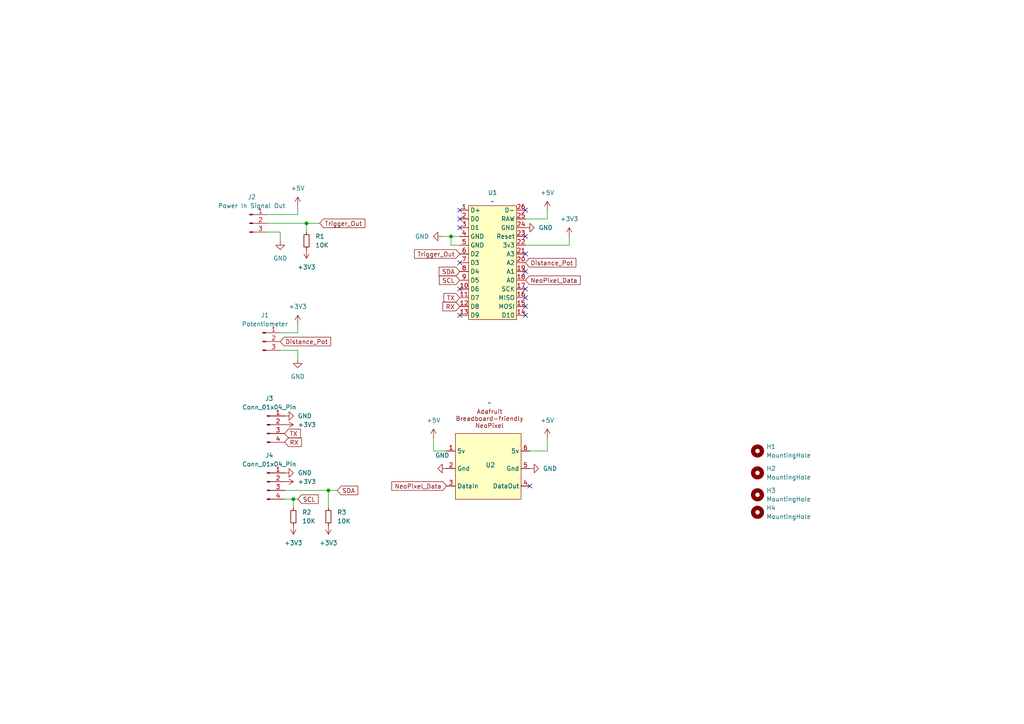
<source format=kicad_sch>
(kicad_sch
	(version 20231120)
	(generator "eeschema")
	(generator_version "8.0")
	(uuid "50c69b8b-55d5-448a-9f6c-7aee0462cba3")
	(paper "A4")
	(lib_symbols
		(symbol "Adafruit KB2040:KB2040"
			(exclude_from_sim no)
			(in_bom yes)
			(on_board yes)
			(property "Reference" "U"
				(at 0 0 0)
				(effects
					(font
						(size 1.27 1.27)
					)
				)
			)
			(property "Value" ""
				(at 0 0 0)
				(effects
					(font
						(size 1.27 1.27)
					)
				)
			)
			(property "Footprint" ""
				(at 0 0 0)
				(effects
					(font
						(size 1.27 1.27)
					)
					(hide yes)
				)
			)
			(property "Datasheet" ""
				(at 0 0 0)
				(effects
					(font
						(size 1.27 1.27)
					)
					(hide yes)
				)
			)
			(property "Description" ""
				(at 0 0 0)
				(effects
					(font
						(size 1.27 1.27)
					)
					(hide yes)
				)
			)
			(symbol "KB2040_0_0"
				(pin unspecified line
					(at 0 0 0)
					(length 2.54)
					(name "D+"
						(effects
							(font
								(size 1.27 1.27)
							)
						)
					)
					(number "1"
						(effects
							(font
								(size 1.27 1.27)
							)
						)
					)
				)
				(pin unspecified line
					(at 0 -22.86 0)
					(length 2.54)
					(name "D6"
						(effects
							(font
								(size 1.27 1.27)
							)
						)
					)
					(number "10"
						(effects
							(font
								(size 1.27 1.27)
							)
						)
					)
				)
				(pin unspecified line
					(at 0 -25.4 0)
					(length 2.54)
					(name "D7"
						(effects
							(font
								(size 1.27 1.27)
							)
						)
					)
					(number "11"
						(effects
							(font
								(size 1.27 1.27)
							)
						)
					)
				)
				(pin unspecified line
					(at 0 -27.94 0)
					(length 2.54)
					(name "D8"
						(effects
							(font
								(size 1.27 1.27)
							)
						)
					)
					(number "12"
						(effects
							(font
								(size 1.27 1.27)
							)
						)
					)
				)
				(pin unspecified line
					(at 0 -30.48 0)
					(length 2.54)
					(name "D9"
						(effects
							(font
								(size 1.27 1.27)
							)
						)
					)
					(number "13"
						(effects
							(font
								(size 1.27 1.27)
							)
						)
					)
				)
				(pin unspecified line
					(at 19.05 -30.48 180)
					(length 2.54)
					(name "D10"
						(effects
							(font
								(size 1.27 1.27)
							)
						)
					)
					(number "14"
						(effects
							(font
								(size 1.27 1.27)
							)
						)
					)
				)
				(pin unspecified line
					(at 19.05 -27.94 180)
					(length 2.54)
					(name "MOSI"
						(effects
							(font
								(size 1.27 1.27)
							)
						)
					)
					(number "15"
						(effects
							(font
								(size 1.27 1.27)
							)
						)
					)
				)
				(pin unspecified line
					(at 19.05 -25.4 180)
					(length 2.54)
					(name "MISO"
						(effects
							(font
								(size 1.27 1.27)
							)
						)
					)
					(number "16"
						(effects
							(font
								(size 1.27 1.27)
							)
						)
					)
				)
				(pin unspecified line
					(at 19.05 -22.86 180)
					(length 2.54)
					(name "SCK"
						(effects
							(font
								(size 1.27 1.27)
							)
						)
					)
					(number "17"
						(effects
							(font
								(size 1.27 1.27)
							)
						)
					)
				)
				(pin unspecified line
					(at 19.05 -20.32 180)
					(length 2.54)
					(name "A0"
						(effects
							(font
								(size 1.27 1.27)
							)
						)
					)
					(number "18"
						(effects
							(font
								(size 1.27 1.27)
							)
						)
					)
				)
				(pin unspecified line
					(at 19.05 -17.78 180)
					(length 2.54)
					(name "A1"
						(effects
							(font
								(size 1.27 1.27)
							)
						)
					)
					(number "19"
						(effects
							(font
								(size 1.27 1.27)
							)
						)
					)
				)
				(pin unspecified line
					(at 0 -2.54 0)
					(length 2.54)
					(name "D0"
						(effects
							(font
								(size 1.27 1.27)
							)
						)
					)
					(number "2"
						(effects
							(font
								(size 1.27 1.27)
							)
						)
					)
				)
				(pin unspecified line
					(at 19.05 -15.24 180)
					(length 2.54)
					(name "A2"
						(effects
							(font
								(size 1.27 1.27)
							)
						)
					)
					(number "20"
						(effects
							(font
								(size 1.27 1.27)
							)
						)
					)
				)
				(pin unspecified line
					(at 19.05 -12.7 180)
					(length 2.54)
					(name "A3"
						(effects
							(font
								(size 1.27 1.27)
							)
						)
					)
					(number "21"
						(effects
							(font
								(size 1.27 1.27)
							)
						)
					)
				)
				(pin unspecified line
					(at 19.05 -10.16 180)
					(length 2.54)
					(name "3v3"
						(effects
							(font
								(size 1.27 1.27)
							)
						)
					)
					(number "22"
						(effects
							(font
								(size 1.27 1.27)
							)
						)
					)
				)
				(pin unspecified line
					(at 19.05 -7.62 180)
					(length 2.54)
					(name "Reset"
						(effects
							(font
								(size 1.27 1.27)
							)
						)
					)
					(number "23"
						(effects
							(font
								(size 1.27 1.27)
							)
						)
					)
				)
				(pin unspecified line
					(at 19.05 -5.08 180)
					(length 2.54)
					(name "GND"
						(effects
							(font
								(size 1.27 1.27)
							)
						)
					)
					(number "24"
						(effects
							(font
								(size 1.27 1.27)
							)
						)
					)
				)
				(pin unspecified line
					(at 19.05 -2.54 180)
					(length 2.54)
					(name "RAW"
						(effects
							(font
								(size 1.27 1.27)
							)
						)
					)
					(number "25"
						(effects
							(font
								(size 1.27 1.27)
							)
						)
					)
				)
				(pin unspecified line
					(at 19.05 0 180)
					(length 2.54)
					(name "D-"
						(effects
							(font
								(size 1.27 1.27)
							)
						)
					)
					(number "26"
						(effects
							(font
								(size 1.27 1.27)
							)
						)
					)
				)
				(pin unspecified line
					(at 0 -5.08 0)
					(length 2.54)
					(name "D1"
						(effects
							(font
								(size 1.27 1.27)
							)
						)
					)
					(number "3"
						(effects
							(font
								(size 1.27 1.27)
							)
						)
					)
				)
				(pin unspecified line
					(at 0 -7.62 0)
					(length 2.54)
					(name "GND"
						(effects
							(font
								(size 1.27 1.27)
							)
						)
					)
					(number "4"
						(effects
							(font
								(size 1.27 1.27)
							)
						)
					)
				)
				(pin unspecified line
					(at 0 -10.16 0)
					(length 2.54)
					(name "GND"
						(effects
							(font
								(size 1.27 1.27)
							)
						)
					)
					(number "5"
						(effects
							(font
								(size 1.27 1.27)
							)
						)
					)
				)
				(pin unspecified line
					(at 0 -12.7 0)
					(length 2.54)
					(name "D2"
						(effects
							(font
								(size 1.27 1.27)
							)
						)
					)
					(number "6"
						(effects
							(font
								(size 1.27 1.27)
							)
						)
					)
				)
				(pin unspecified line
					(at 0 -15.24 0)
					(length 2.54)
					(name "D3"
						(effects
							(font
								(size 1.27 1.27)
							)
						)
					)
					(number "7"
						(effects
							(font
								(size 1.27 1.27)
							)
						)
					)
				)
				(pin unspecified line
					(at 0 -17.78 0)
					(length 2.54)
					(name "D4"
						(effects
							(font
								(size 1.27 1.27)
							)
						)
					)
					(number "8"
						(effects
							(font
								(size 1.27 1.27)
							)
						)
					)
				)
				(pin unspecified line
					(at 0 -20.32 0)
					(length 2.54)
					(name "D5"
						(effects
							(font
								(size 1.27 1.27)
							)
						)
					)
					(number "9"
						(effects
							(font
								(size 1.27 1.27)
							)
						)
					)
				)
			)
			(symbol "KB2040_1_1"
				(rectangle
					(start 2.54 1.27)
					(end 16.51 -31.75)
					(stroke
						(width 0)
						(type default)
					)
					(fill
						(type background)
					)
				)
			)
		)
		(symbol "BreadboardNeoPixel:BreadboardNeoPixel"
			(exclude_from_sim no)
			(in_bom yes)
			(on_board yes)
			(property "Reference" "U"
				(at 0 0 0)
				(effects
					(font
						(size 1.27 1.27)
					)
				)
			)
			(property "Value" ""
				(at 0 0 0)
				(effects
					(font
						(size 1.27 1.27)
					)
				)
			)
			(property "Footprint" ""
				(at 0 0 0)
				(effects
					(font
						(size 1.27 1.27)
					)
					(hide yes)
				)
			)
			(property "Datasheet" ""
				(at 0 0 0)
				(effects
					(font
						(size 1.27 1.27)
					)
					(hide yes)
				)
			)
			(property "Description" ""
				(at 0 0 0)
				(effects
					(font
						(size 1.27 1.27)
					)
					(hide yes)
				)
			)
			(symbol "BreadboardNeoPixel_1_1"
				(rectangle
					(start -10.16 10.16)
					(end 8.89 -8.89)
					(stroke
						(width 0)
						(type default)
					)
					(fill
						(type background)
					)
				)
				(text "Adafruit\nBreadboard-friendly\nNeoPixel"
					(at -0.254 14.478 0)
					(effects
						(font
							(size 1.27 1.27)
						)
					)
				)
				(pin input line
					(at -12.7 5.08 0)
					(length 2.54)
					(name "5v"
						(effects
							(font
								(size 1.27 1.27)
							)
						)
					)
					(number "1"
						(effects
							(font
								(size 1.27 1.27)
							)
						)
					)
				)
				(pin input line
					(at -12.7 0 0)
					(length 2.54)
					(name "Gnd"
						(effects
							(font
								(size 1.27 1.27)
							)
						)
					)
					(number "2"
						(effects
							(font
								(size 1.27 1.27)
							)
						)
					)
				)
				(pin input line
					(at -12.7 -5.08 0)
					(length 2.54)
					(name "DataIn"
						(effects
							(font
								(size 1.27 1.27)
							)
						)
					)
					(number "3"
						(effects
							(font
								(size 1.27 1.27)
							)
						)
					)
				)
				(pin output line
					(at 11.43 -5.08 180)
					(length 2.54)
					(name "DataOut"
						(effects
							(font
								(size 1.27 1.27)
							)
						)
					)
					(number "4"
						(effects
							(font
								(size 1.27 1.27)
							)
						)
					)
				)
				(pin input line
					(at 11.43 0 180)
					(length 2.54)
					(name "Gnd"
						(effects
							(font
								(size 1.27 1.27)
							)
						)
					)
					(number "5"
						(effects
							(font
								(size 1.27 1.27)
							)
						)
					)
				)
				(pin input line
					(at 11.43 5.08 180)
					(length 2.54)
					(name "5v"
						(effects
							(font
								(size 1.27 1.27)
							)
						)
					)
					(number "6"
						(effects
							(font
								(size 1.27 1.27)
							)
						)
					)
				)
			)
		)
		(symbol "Connector:Conn_01x03_Pin"
			(pin_names
				(offset 1.016) hide)
			(exclude_from_sim no)
			(in_bom yes)
			(on_board yes)
			(property "Reference" "J"
				(at 0 5.08 0)
				(effects
					(font
						(size 1.27 1.27)
					)
				)
			)
			(property "Value" "Conn_01x03_Pin"
				(at 0 -5.08 0)
				(effects
					(font
						(size 1.27 1.27)
					)
				)
			)
			(property "Footprint" ""
				(at 0 0 0)
				(effects
					(font
						(size 1.27 1.27)
					)
					(hide yes)
				)
			)
			(property "Datasheet" "~"
				(at 0 0 0)
				(effects
					(font
						(size 1.27 1.27)
					)
					(hide yes)
				)
			)
			(property "Description" "Generic connector, single row, 01x03, script generated"
				(at 0 0 0)
				(effects
					(font
						(size 1.27 1.27)
					)
					(hide yes)
				)
			)
			(property "ki_locked" ""
				(at 0 0 0)
				(effects
					(font
						(size 1.27 1.27)
					)
				)
			)
			(property "ki_keywords" "connector"
				(at 0 0 0)
				(effects
					(font
						(size 1.27 1.27)
					)
					(hide yes)
				)
			)
			(property "ki_fp_filters" "Connector*:*_1x??_*"
				(at 0 0 0)
				(effects
					(font
						(size 1.27 1.27)
					)
					(hide yes)
				)
			)
			(symbol "Conn_01x03_Pin_1_1"
				(polyline
					(pts
						(xy 1.27 -2.54) (xy 0.8636 -2.54)
					)
					(stroke
						(width 0.1524)
						(type default)
					)
					(fill
						(type none)
					)
				)
				(polyline
					(pts
						(xy 1.27 0) (xy 0.8636 0)
					)
					(stroke
						(width 0.1524)
						(type default)
					)
					(fill
						(type none)
					)
				)
				(polyline
					(pts
						(xy 1.27 2.54) (xy 0.8636 2.54)
					)
					(stroke
						(width 0.1524)
						(type default)
					)
					(fill
						(type none)
					)
				)
				(rectangle
					(start 0.8636 -2.413)
					(end 0 -2.667)
					(stroke
						(width 0.1524)
						(type default)
					)
					(fill
						(type outline)
					)
				)
				(rectangle
					(start 0.8636 0.127)
					(end 0 -0.127)
					(stroke
						(width 0.1524)
						(type default)
					)
					(fill
						(type outline)
					)
				)
				(rectangle
					(start 0.8636 2.667)
					(end 0 2.413)
					(stroke
						(width 0.1524)
						(type default)
					)
					(fill
						(type outline)
					)
				)
				(pin passive line
					(at 5.08 2.54 180)
					(length 3.81)
					(name "Pin_1"
						(effects
							(font
								(size 1.27 1.27)
							)
						)
					)
					(number "1"
						(effects
							(font
								(size 1.27 1.27)
							)
						)
					)
				)
				(pin passive line
					(at 5.08 0 180)
					(length 3.81)
					(name "Pin_2"
						(effects
							(font
								(size 1.27 1.27)
							)
						)
					)
					(number "2"
						(effects
							(font
								(size 1.27 1.27)
							)
						)
					)
				)
				(pin passive line
					(at 5.08 -2.54 180)
					(length 3.81)
					(name "Pin_3"
						(effects
							(font
								(size 1.27 1.27)
							)
						)
					)
					(number "3"
						(effects
							(font
								(size 1.27 1.27)
							)
						)
					)
				)
			)
		)
		(symbol "Connector:Conn_01x04_Pin"
			(pin_names
				(offset 1.016) hide)
			(exclude_from_sim no)
			(in_bom yes)
			(on_board yes)
			(property "Reference" "J"
				(at 0 5.08 0)
				(effects
					(font
						(size 1.27 1.27)
					)
				)
			)
			(property "Value" "Conn_01x04_Pin"
				(at 0 -7.62 0)
				(effects
					(font
						(size 1.27 1.27)
					)
				)
			)
			(property "Footprint" ""
				(at 0 0 0)
				(effects
					(font
						(size 1.27 1.27)
					)
					(hide yes)
				)
			)
			(property "Datasheet" "~"
				(at 0 0 0)
				(effects
					(font
						(size 1.27 1.27)
					)
					(hide yes)
				)
			)
			(property "Description" "Generic connector, single row, 01x04, script generated"
				(at 0 0 0)
				(effects
					(font
						(size 1.27 1.27)
					)
					(hide yes)
				)
			)
			(property "ki_locked" ""
				(at 0 0 0)
				(effects
					(font
						(size 1.27 1.27)
					)
				)
			)
			(property "ki_keywords" "connector"
				(at 0 0 0)
				(effects
					(font
						(size 1.27 1.27)
					)
					(hide yes)
				)
			)
			(property "ki_fp_filters" "Connector*:*_1x??_*"
				(at 0 0 0)
				(effects
					(font
						(size 1.27 1.27)
					)
					(hide yes)
				)
			)
			(symbol "Conn_01x04_Pin_1_1"
				(polyline
					(pts
						(xy 1.27 -5.08) (xy 0.8636 -5.08)
					)
					(stroke
						(width 0.1524)
						(type default)
					)
					(fill
						(type none)
					)
				)
				(polyline
					(pts
						(xy 1.27 -2.54) (xy 0.8636 -2.54)
					)
					(stroke
						(width 0.1524)
						(type default)
					)
					(fill
						(type none)
					)
				)
				(polyline
					(pts
						(xy 1.27 0) (xy 0.8636 0)
					)
					(stroke
						(width 0.1524)
						(type default)
					)
					(fill
						(type none)
					)
				)
				(polyline
					(pts
						(xy 1.27 2.54) (xy 0.8636 2.54)
					)
					(stroke
						(width 0.1524)
						(type default)
					)
					(fill
						(type none)
					)
				)
				(rectangle
					(start 0.8636 -4.953)
					(end 0 -5.207)
					(stroke
						(width 0.1524)
						(type default)
					)
					(fill
						(type outline)
					)
				)
				(rectangle
					(start 0.8636 -2.413)
					(end 0 -2.667)
					(stroke
						(width 0.1524)
						(type default)
					)
					(fill
						(type outline)
					)
				)
				(rectangle
					(start 0.8636 0.127)
					(end 0 -0.127)
					(stroke
						(width 0.1524)
						(type default)
					)
					(fill
						(type outline)
					)
				)
				(rectangle
					(start 0.8636 2.667)
					(end 0 2.413)
					(stroke
						(width 0.1524)
						(type default)
					)
					(fill
						(type outline)
					)
				)
				(pin passive line
					(at 5.08 2.54 180)
					(length 3.81)
					(name "Pin_1"
						(effects
							(font
								(size 1.27 1.27)
							)
						)
					)
					(number "1"
						(effects
							(font
								(size 1.27 1.27)
							)
						)
					)
				)
				(pin passive line
					(at 5.08 0 180)
					(length 3.81)
					(name "Pin_2"
						(effects
							(font
								(size 1.27 1.27)
							)
						)
					)
					(number "2"
						(effects
							(font
								(size 1.27 1.27)
							)
						)
					)
				)
				(pin passive line
					(at 5.08 -2.54 180)
					(length 3.81)
					(name "Pin_3"
						(effects
							(font
								(size 1.27 1.27)
							)
						)
					)
					(number "3"
						(effects
							(font
								(size 1.27 1.27)
							)
						)
					)
				)
				(pin passive line
					(at 5.08 -5.08 180)
					(length 3.81)
					(name "Pin_4"
						(effects
							(font
								(size 1.27 1.27)
							)
						)
					)
					(number "4"
						(effects
							(font
								(size 1.27 1.27)
							)
						)
					)
				)
			)
		)
		(symbol "Device:R_Small"
			(pin_numbers hide)
			(pin_names
				(offset 0.254) hide)
			(exclude_from_sim no)
			(in_bom yes)
			(on_board yes)
			(property "Reference" "R"
				(at 0.762 0.508 0)
				(effects
					(font
						(size 1.27 1.27)
					)
					(justify left)
				)
			)
			(property "Value" "R_Small"
				(at 0.762 -1.016 0)
				(effects
					(font
						(size 1.27 1.27)
					)
					(justify left)
				)
			)
			(property "Footprint" ""
				(at 0 0 0)
				(effects
					(font
						(size 1.27 1.27)
					)
					(hide yes)
				)
			)
			(property "Datasheet" "~"
				(at 0 0 0)
				(effects
					(font
						(size 1.27 1.27)
					)
					(hide yes)
				)
			)
			(property "Description" "Resistor, small symbol"
				(at 0 0 0)
				(effects
					(font
						(size 1.27 1.27)
					)
					(hide yes)
				)
			)
			(property "ki_keywords" "R resistor"
				(at 0 0 0)
				(effects
					(font
						(size 1.27 1.27)
					)
					(hide yes)
				)
			)
			(property "ki_fp_filters" "R_*"
				(at 0 0 0)
				(effects
					(font
						(size 1.27 1.27)
					)
					(hide yes)
				)
			)
			(symbol "R_Small_0_1"
				(rectangle
					(start -0.762 1.778)
					(end 0.762 -1.778)
					(stroke
						(width 0.2032)
						(type default)
					)
					(fill
						(type none)
					)
				)
			)
			(symbol "R_Small_1_1"
				(pin passive line
					(at 0 2.54 270)
					(length 0.762)
					(name "~"
						(effects
							(font
								(size 1.27 1.27)
							)
						)
					)
					(number "1"
						(effects
							(font
								(size 1.27 1.27)
							)
						)
					)
				)
				(pin passive line
					(at 0 -2.54 90)
					(length 0.762)
					(name "~"
						(effects
							(font
								(size 1.27 1.27)
							)
						)
					)
					(number "2"
						(effects
							(font
								(size 1.27 1.27)
							)
						)
					)
				)
			)
		)
		(symbol "Mechanical:MountingHole"
			(pin_names
				(offset 1.016)
			)
			(exclude_from_sim yes)
			(in_bom no)
			(on_board yes)
			(property "Reference" "H"
				(at 0 5.08 0)
				(effects
					(font
						(size 1.27 1.27)
					)
				)
			)
			(property "Value" "MountingHole"
				(at 0 3.175 0)
				(effects
					(font
						(size 1.27 1.27)
					)
				)
			)
			(property "Footprint" ""
				(at 0 0 0)
				(effects
					(font
						(size 1.27 1.27)
					)
					(hide yes)
				)
			)
			(property "Datasheet" "~"
				(at 0 0 0)
				(effects
					(font
						(size 1.27 1.27)
					)
					(hide yes)
				)
			)
			(property "Description" "Mounting Hole without connection"
				(at 0 0 0)
				(effects
					(font
						(size 1.27 1.27)
					)
					(hide yes)
				)
			)
			(property "ki_keywords" "mounting hole"
				(at 0 0 0)
				(effects
					(font
						(size 1.27 1.27)
					)
					(hide yes)
				)
			)
			(property "ki_fp_filters" "MountingHole*"
				(at 0 0 0)
				(effects
					(font
						(size 1.27 1.27)
					)
					(hide yes)
				)
			)
			(symbol "MountingHole_0_1"
				(circle
					(center 0 0)
					(radius 1.27)
					(stroke
						(width 1.27)
						(type default)
					)
					(fill
						(type none)
					)
				)
			)
		)
		(symbol "power:+3V3"
			(power)
			(pin_numbers hide)
			(pin_names
				(offset 0) hide)
			(exclude_from_sim no)
			(in_bom yes)
			(on_board yes)
			(property "Reference" "#PWR"
				(at 0 -3.81 0)
				(effects
					(font
						(size 1.27 1.27)
					)
					(hide yes)
				)
			)
			(property "Value" "+3V3"
				(at 0 3.556 0)
				(effects
					(font
						(size 1.27 1.27)
					)
				)
			)
			(property "Footprint" ""
				(at 0 0 0)
				(effects
					(font
						(size 1.27 1.27)
					)
					(hide yes)
				)
			)
			(property "Datasheet" ""
				(at 0 0 0)
				(effects
					(font
						(size 1.27 1.27)
					)
					(hide yes)
				)
			)
			(property "Description" "Power symbol creates a global label with name \"+3V3\""
				(at 0 0 0)
				(effects
					(font
						(size 1.27 1.27)
					)
					(hide yes)
				)
			)
			(property "ki_keywords" "global power"
				(at 0 0 0)
				(effects
					(font
						(size 1.27 1.27)
					)
					(hide yes)
				)
			)
			(symbol "+3V3_0_1"
				(polyline
					(pts
						(xy -0.762 1.27) (xy 0 2.54)
					)
					(stroke
						(width 0)
						(type default)
					)
					(fill
						(type none)
					)
				)
				(polyline
					(pts
						(xy 0 0) (xy 0 2.54)
					)
					(stroke
						(width 0)
						(type default)
					)
					(fill
						(type none)
					)
				)
				(polyline
					(pts
						(xy 0 2.54) (xy 0.762 1.27)
					)
					(stroke
						(width 0)
						(type default)
					)
					(fill
						(type none)
					)
				)
			)
			(symbol "+3V3_1_1"
				(pin power_in line
					(at 0 0 90)
					(length 0)
					(name "~"
						(effects
							(font
								(size 1.27 1.27)
							)
						)
					)
					(number "1"
						(effects
							(font
								(size 1.27 1.27)
							)
						)
					)
				)
			)
		)
		(symbol "power:+5V"
			(power)
			(pin_numbers hide)
			(pin_names
				(offset 0) hide)
			(exclude_from_sim no)
			(in_bom yes)
			(on_board yes)
			(property "Reference" "#PWR"
				(at 0 -3.81 0)
				(effects
					(font
						(size 1.27 1.27)
					)
					(hide yes)
				)
			)
			(property "Value" "+5V"
				(at 0 3.556 0)
				(effects
					(font
						(size 1.27 1.27)
					)
				)
			)
			(property "Footprint" ""
				(at 0 0 0)
				(effects
					(font
						(size 1.27 1.27)
					)
					(hide yes)
				)
			)
			(property "Datasheet" ""
				(at 0 0 0)
				(effects
					(font
						(size 1.27 1.27)
					)
					(hide yes)
				)
			)
			(property "Description" "Power symbol creates a global label with name \"+5V\""
				(at 0 0 0)
				(effects
					(font
						(size 1.27 1.27)
					)
					(hide yes)
				)
			)
			(property "ki_keywords" "global power"
				(at 0 0 0)
				(effects
					(font
						(size 1.27 1.27)
					)
					(hide yes)
				)
			)
			(symbol "+5V_0_1"
				(polyline
					(pts
						(xy -0.762 1.27) (xy 0 2.54)
					)
					(stroke
						(width 0)
						(type default)
					)
					(fill
						(type none)
					)
				)
				(polyline
					(pts
						(xy 0 0) (xy 0 2.54)
					)
					(stroke
						(width 0)
						(type default)
					)
					(fill
						(type none)
					)
				)
				(polyline
					(pts
						(xy 0 2.54) (xy 0.762 1.27)
					)
					(stroke
						(width 0)
						(type default)
					)
					(fill
						(type none)
					)
				)
			)
			(symbol "+5V_1_1"
				(pin power_in line
					(at 0 0 90)
					(length 0)
					(name "~"
						(effects
							(font
								(size 1.27 1.27)
							)
						)
					)
					(number "1"
						(effects
							(font
								(size 1.27 1.27)
							)
						)
					)
				)
			)
		)
		(symbol "power:GND"
			(power)
			(pin_numbers hide)
			(pin_names
				(offset 0) hide)
			(exclude_from_sim no)
			(in_bom yes)
			(on_board yes)
			(property "Reference" "#PWR"
				(at 0 -6.35 0)
				(effects
					(font
						(size 1.27 1.27)
					)
					(hide yes)
				)
			)
			(property "Value" "GND"
				(at 0 -3.81 0)
				(effects
					(font
						(size 1.27 1.27)
					)
				)
			)
			(property "Footprint" ""
				(at 0 0 0)
				(effects
					(font
						(size 1.27 1.27)
					)
					(hide yes)
				)
			)
			(property "Datasheet" ""
				(at 0 0 0)
				(effects
					(font
						(size 1.27 1.27)
					)
					(hide yes)
				)
			)
			(property "Description" "Power symbol creates a global label with name \"GND\" , ground"
				(at 0 0 0)
				(effects
					(font
						(size 1.27 1.27)
					)
					(hide yes)
				)
			)
			(property "ki_keywords" "global power"
				(at 0 0 0)
				(effects
					(font
						(size 1.27 1.27)
					)
					(hide yes)
				)
			)
			(symbol "GND_0_1"
				(polyline
					(pts
						(xy 0 0) (xy 0 -1.27) (xy 1.27 -1.27) (xy 0 -2.54) (xy -1.27 -1.27) (xy 0 -1.27)
					)
					(stroke
						(width 0)
						(type default)
					)
					(fill
						(type none)
					)
				)
			)
			(symbol "GND_1_1"
				(pin power_in line
					(at 0 0 270)
					(length 0)
					(name "~"
						(effects
							(font
								(size 1.27 1.27)
							)
						)
					)
					(number "1"
						(effects
							(font
								(size 1.27 1.27)
							)
						)
					)
				)
			)
		)
	)
	(junction
		(at 130.81 68.58)
		(diameter 0)
		(color 0 0 0 0)
		(uuid "6b162b07-8e1f-4d96-ab55-90ab7d259e01")
	)
	(junction
		(at 85.09 144.78)
		(diameter 0)
		(color 0 0 0 0)
		(uuid "7483e46c-5303-4eb2-af38-05cf320fffb9")
	)
	(junction
		(at 95.25 142.24)
		(diameter 0)
		(color 0 0 0 0)
		(uuid "756fcb22-f8d5-410c-b843-e37b0d17afc7")
	)
	(junction
		(at 88.9 64.77)
		(diameter 0)
		(color 0 0 0 0)
		(uuid "98305a4a-1fa9-4cb7-b253-fe65236ff62a")
	)
	(no_connect
		(at 152.4 83.82)
		(uuid "063a1ce1-2569-4f5f-8174-6c96cb2d24db")
	)
	(no_connect
		(at 152.4 86.36)
		(uuid "39f6db2e-2aba-49bb-8182-7c53e076f777")
	)
	(no_connect
		(at 152.4 60.96)
		(uuid "3cbd8975-2846-49ee-b072-e8953591db32")
	)
	(no_connect
		(at 152.4 78.74)
		(uuid "41a69e4a-a698-4138-b084-fa597749a387")
	)
	(no_connect
		(at 133.35 76.2)
		(uuid "6e3875a1-a8a2-4bc9-94a3-0da49cf19268")
	)
	(no_connect
		(at 152.4 88.9)
		(uuid "81940098-e882-48f6-9c3e-919de622f462")
	)
	(no_connect
		(at 133.35 63.5)
		(uuid "9d04c083-9aed-458e-bd72-2fcb19165428")
	)
	(no_connect
		(at 133.35 83.82)
		(uuid "9e72473e-9fdc-49ed-8204-cc1ad21029c7")
	)
	(no_connect
		(at 152.4 73.66)
		(uuid "a075c183-c44a-4ad4-aba6-a8e89bd07ae9")
	)
	(no_connect
		(at 133.35 91.44)
		(uuid "a89f2279-6a28-4bf4-9d4a-bcfd1b94e55e")
	)
	(no_connect
		(at 153.67 140.97)
		(uuid "b8ca8bb9-e15c-4aae-bb1c-da74b11b509f")
	)
	(no_connect
		(at 133.35 66.04)
		(uuid "dc1d0a50-d806-4f7c-8eb3-d9dbc0d26381")
	)
	(no_connect
		(at 152.4 68.58)
		(uuid "f24f436b-baea-4d9c-8e37-e8d7dfd36450")
	)
	(no_connect
		(at 133.35 60.96)
		(uuid "f47ea231-122a-4a06-8355-27bdca7b138e")
	)
	(no_connect
		(at 152.4 91.44)
		(uuid "febb44ac-4b6c-484b-9d9e-b2b1cdedb693")
	)
	(wire
		(pts
			(xy 158.75 130.81) (xy 158.75 127)
		)
		(stroke
			(width 0)
			(type default)
		)
		(uuid "0bf78b1b-9fd1-41e7-b576-ebab9ffd7e7d")
	)
	(wire
		(pts
			(xy 133.35 71.12) (xy 130.81 71.12)
		)
		(stroke
			(width 0)
			(type default)
		)
		(uuid "17938ba3-79d7-4023-bcc9-3d4e86f89354")
	)
	(wire
		(pts
			(xy 82.55 142.24) (xy 95.25 142.24)
		)
		(stroke
			(width 0)
			(type default)
		)
		(uuid "1a2e06cc-5130-4ff7-990e-5293aaa93fb6")
	)
	(wire
		(pts
			(xy 129.54 130.81) (xy 125.73 130.81)
		)
		(stroke
			(width 0)
			(type default)
		)
		(uuid "1f9c0bfd-f074-4f89-92ac-e22e65fed0cb")
	)
	(wire
		(pts
			(xy 165.1 71.12) (xy 165.1 68.58)
		)
		(stroke
			(width 0)
			(type default)
		)
		(uuid "38dbe4a2-f74d-4c1a-9a75-78a1b934ddce")
	)
	(wire
		(pts
			(xy 86.36 96.52) (xy 81.28 96.52)
		)
		(stroke
			(width 0)
			(type default)
		)
		(uuid "427c090c-6f78-4804-a64f-c3884de5f0b1")
	)
	(wire
		(pts
			(xy 95.25 142.24) (xy 95.25 147.32)
		)
		(stroke
			(width 0)
			(type default)
		)
		(uuid "42fea2b5-c12a-48e9-b598-5be3ec5e0f23")
	)
	(wire
		(pts
			(xy 128.27 68.58) (xy 130.81 68.58)
		)
		(stroke
			(width 0)
			(type default)
		)
		(uuid "557e3335-aaca-4705-b441-14de4acf0847")
	)
	(wire
		(pts
			(xy 88.9 64.77) (xy 88.9 67.31)
		)
		(stroke
			(width 0)
			(type default)
		)
		(uuid "560f8ff6-c6bb-4937-9c2e-8cc0d31cfb21")
	)
	(wire
		(pts
			(xy 81.28 67.31) (xy 81.28 69.85)
		)
		(stroke
			(width 0)
			(type default)
		)
		(uuid "58dcacd5-2857-487a-b735-cbf8e2b6edda")
	)
	(wire
		(pts
			(xy 130.81 71.12) (xy 130.81 68.58)
		)
		(stroke
			(width 0)
			(type default)
		)
		(uuid "72a3376e-01dd-477e-87fb-f41067a55b0c")
	)
	(wire
		(pts
			(xy 152.4 71.12) (xy 165.1 71.12)
		)
		(stroke
			(width 0)
			(type default)
		)
		(uuid "780c16bd-f4d2-44cf-a059-93ff1230af01")
	)
	(wire
		(pts
			(xy 153.67 130.81) (xy 158.75 130.81)
		)
		(stroke
			(width 0)
			(type default)
		)
		(uuid "8cacb015-7d5a-4584-ad36-7c3d965d5e15")
	)
	(wire
		(pts
			(xy 125.73 130.81) (xy 125.73 127)
		)
		(stroke
			(width 0)
			(type default)
		)
		(uuid "9ccf39fb-ebf7-4a23-9705-90107d71baac")
	)
	(wire
		(pts
			(xy 85.09 144.78) (xy 86.36 144.78)
		)
		(stroke
			(width 0)
			(type default)
		)
		(uuid "a45966cb-5da4-4c9e-8b97-dca355c2a867")
	)
	(wire
		(pts
			(xy 86.36 59.69) (xy 86.36 62.23)
		)
		(stroke
			(width 0)
			(type default)
		)
		(uuid "a6fb4211-fea1-4cf7-8e26-a241cbc9921e")
	)
	(wire
		(pts
			(xy 77.47 64.77) (xy 88.9 64.77)
		)
		(stroke
			(width 0)
			(type default)
		)
		(uuid "a77cef03-549d-49c7-9df2-352fd6998d15")
	)
	(wire
		(pts
			(xy 88.9 64.77) (xy 92.71 64.77)
		)
		(stroke
			(width 0)
			(type default)
		)
		(uuid "b25ae428-5e58-41c3-8f34-ac1fafa69549")
	)
	(wire
		(pts
			(xy 77.47 67.31) (xy 81.28 67.31)
		)
		(stroke
			(width 0)
			(type default)
		)
		(uuid "baa0e837-aa77-494a-b64f-18b1f5d1dc96")
	)
	(wire
		(pts
			(xy 81.28 101.6) (xy 86.36 101.6)
		)
		(stroke
			(width 0)
			(type default)
		)
		(uuid "bf501ea0-fbd8-48ee-b432-c0be438d2994")
	)
	(wire
		(pts
			(xy 82.55 144.78) (xy 85.09 144.78)
		)
		(stroke
			(width 0)
			(type default)
		)
		(uuid "c119c749-c05b-4ee9-926d-ed4345394cce")
	)
	(wire
		(pts
			(xy 152.4 63.5) (xy 158.75 63.5)
		)
		(stroke
			(width 0)
			(type default)
		)
		(uuid "c434978c-ddc6-4a0a-953c-40c8858f5c00")
	)
	(wire
		(pts
			(xy 86.36 93.98) (xy 86.36 96.52)
		)
		(stroke
			(width 0)
			(type default)
		)
		(uuid "cd4c5a60-2454-4fef-a2a3-5a4c882a581c")
	)
	(wire
		(pts
			(xy 130.81 68.58) (xy 133.35 68.58)
		)
		(stroke
			(width 0)
			(type default)
		)
		(uuid "d0918957-6b54-440d-81a6-a18c24586fb2")
	)
	(wire
		(pts
			(xy 95.25 142.24) (xy 97.79 142.24)
		)
		(stroke
			(width 0)
			(type default)
		)
		(uuid "d0c9ddf4-cc09-44d0-ba42-bda9c380b93a")
	)
	(wire
		(pts
			(xy 158.75 63.5) (xy 158.75 60.96)
		)
		(stroke
			(width 0)
			(type default)
		)
		(uuid "dd37872a-bd6a-4333-b1d4-4bad9da76c5d")
	)
	(wire
		(pts
			(xy 86.36 101.6) (xy 86.36 104.14)
		)
		(stroke
			(width 0)
			(type default)
		)
		(uuid "e1af6bc8-7b35-47e0-aa89-e64558531791")
	)
	(wire
		(pts
			(xy 86.36 62.23) (xy 77.47 62.23)
		)
		(stroke
			(width 0)
			(type default)
		)
		(uuid "eaf902a4-eef1-473e-b900-65e7bcc60cd3")
	)
	(wire
		(pts
			(xy 85.09 144.78) (xy 85.09 147.32)
		)
		(stroke
			(width 0)
			(type default)
		)
		(uuid "edaa3539-17d1-45b6-b855-57bc99a5ab93")
	)
	(global_label "TX"
		(shape input)
		(at 82.55 125.73 0)
		(fields_autoplaced yes)
		(effects
			(font
				(size 1.27 1.27)
			)
			(justify left)
		)
		(uuid "1301b995-56bb-4024-8a04-d01535c9d108")
		(property "Intersheetrefs" "${INTERSHEET_REFS}"
			(at 87.7123 125.73 0)
			(effects
				(font
					(size 1.27 1.27)
				)
				(justify left)
				(hide yes)
			)
		)
	)
	(global_label "NeoPixel_Data"
		(shape input)
		(at 129.54 140.97 180)
		(fields_autoplaced yes)
		(effects
			(font
				(size 1.27 1.27)
			)
			(justify right)
		)
		(uuid "14005d4e-5e6e-41f3-9aa7-7b8839cfb797")
		(property "Intersheetrefs" "${INTERSHEET_REFS}"
			(at 113.0687 140.97 0)
			(effects
				(font
					(size 1.27 1.27)
				)
				(justify right)
				(hide yes)
			)
		)
	)
	(global_label "Distance_Pot"
		(shape input)
		(at 81.28 99.06 0)
		(fields_autoplaced yes)
		(effects
			(font
				(size 1.27 1.27)
			)
			(justify left)
		)
		(uuid "2a3ce483-722e-4dd2-a465-ca265dcebdb4")
		(property "Intersheetrefs" "${INTERSHEET_REFS}"
			(at 96.4813 99.06 0)
			(effects
				(font
					(size 1.27 1.27)
				)
				(justify left)
				(hide yes)
			)
		)
	)
	(global_label "SDA"
		(shape input)
		(at 133.35 78.74 180)
		(fields_autoplaced yes)
		(effects
			(font
				(size 1.27 1.27)
			)
			(justify right)
		)
		(uuid "2f7bd7ec-9e41-432e-9651-0e41fcc2fcff")
		(property "Intersheetrefs" "${INTERSHEET_REFS}"
			(at 126.7967 78.74 0)
			(effects
				(font
					(size 1.27 1.27)
				)
				(justify right)
				(hide yes)
			)
		)
	)
	(global_label "RX"
		(shape input)
		(at 133.35 88.9 180)
		(fields_autoplaced yes)
		(effects
			(font
				(size 1.27 1.27)
			)
			(justify right)
		)
		(uuid "5ae66bea-895c-48cf-a807-f5e749515459")
		(property "Intersheetrefs" "${INTERSHEET_REFS}"
			(at 127.8853 88.9 0)
			(effects
				(font
					(size 1.27 1.27)
				)
				(justify right)
				(hide yes)
			)
		)
	)
	(global_label "SCL"
		(shape input)
		(at 133.35 81.28 180)
		(fields_autoplaced yes)
		(effects
			(font
				(size 1.27 1.27)
			)
			(justify right)
		)
		(uuid "713994aa-81bc-4b3e-b88f-2dbbc0029b84")
		(property "Intersheetrefs" "${INTERSHEET_REFS}"
			(at 126.8572 81.28 0)
			(effects
				(font
					(size 1.27 1.27)
				)
				(justify right)
				(hide yes)
			)
		)
	)
	(global_label "Trigger_Out"
		(shape input)
		(at 133.35 73.66 180)
		(fields_autoplaced yes)
		(effects
			(font
				(size 1.27 1.27)
			)
			(justify right)
		)
		(uuid "7315579b-4ce3-44dc-8a53-46412d0396b8")
		(property "Intersheetrefs" "${INTERSHEET_REFS}"
			(at 119.6606 73.66 0)
			(effects
				(font
					(size 1.27 1.27)
				)
				(justify right)
				(hide yes)
			)
		)
	)
	(global_label "RX"
		(shape input)
		(at 82.55 128.27 0)
		(fields_autoplaced yes)
		(effects
			(font
				(size 1.27 1.27)
			)
			(justify left)
		)
		(uuid "ae23e12d-283e-4288-b5c7-fff1caed7a66")
		(property "Intersheetrefs" "${INTERSHEET_REFS}"
			(at 88.0147 128.27 0)
			(effects
				(font
					(size 1.27 1.27)
				)
				(justify left)
				(hide yes)
			)
		)
	)
	(global_label "NeoPixel_Data"
		(shape input)
		(at 152.4 81.28 0)
		(fields_autoplaced yes)
		(effects
			(font
				(size 1.27 1.27)
			)
			(justify left)
		)
		(uuid "aea341ad-9aef-47be-987e-dab76a82d9fe")
		(property "Intersheetrefs" "${INTERSHEET_REFS}"
			(at 168.8713 81.28 0)
			(effects
				(font
					(size 1.27 1.27)
				)
				(justify left)
				(hide yes)
			)
		)
	)
	(global_label "SCL"
		(shape input)
		(at 86.36 144.78 0)
		(fields_autoplaced yes)
		(effects
			(font
				(size 1.27 1.27)
			)
			(justify left)
		)
		(uuid "af38ed5b-1250-40be-b103-3765261d6a87")
		(property "Intersheetrefs" "${INTERSHEET_REFS}"
			(at 92.8528 144.78 0)
			(effects
				(font
					(size 1.27 1.27)
				)
				(justify left)
				(hide yes)
			)
		)
	)
	(global_label "Distance_Pot"
		(shape input)
		(at 152.4 76.2 0)
		(fields_autoplaced yes)
		(effects
			(font
				(size 1.27 1.27)
			)
			(justify left)
		)
		(uuid "dc16415f-ebac-4c10-a31d-c5a61cc3bf83")
		(property "Intersheetrefs" "${INTERSHEET_REFS}"
			(at 167.6013 76.2 0)
			(effects
				(font
					(size 1.27 1.27)
				)
				(justify left)
				(hide yes)
			)
		)
	)
	(global_label "SDA"
		(shape input)
		(at 97.79 142.24 0)
		(fields_autoplaced yes)
		(effects
			(font
				(size 1.27 1.27)
			)
			(justify left)
		)
		(uuid "e37111c2-df8e-45df-88e4-92e28af7ded1")
		(property "Intersheetrefs" "${INTERSHEET_REFS}"
			(at 104.3433 142.24 0)
			(effects
				(font
					(size 1.27 1.27)
				)
				(justify left)
				(hide yes)
			)
		)
	)
	(global_label "Trigger_Out"
		(shape input)
		(at 92.71 64.77 0)
		(fields_autoplaced yes)
		(effects
			(font
				(size 1.27 1.27)
			)
			(justify left)
		)
		(uuid "e57deaf2-01f9-40e3-9d62-09186bb29095")
		(property "Intersheetrefs" "${INTERSHEET_REFS}"
			(at 106.3994 64.77 0)
			(effects
				(font
					(size 1.27 1.27)
				)
				(justify left)
				(hide yes)
			)
		)
	)
	(global_label "TX"
		(shape input)
		(at 133.35 86.36 180)
		(fields_autoplaced yes)
		(effects
			(font
				(size 1.27 1.27)
			)
			(justify right)
		)
		(uuid "f040cd5e-9411-4bfb-9e4d-b7fdc48a4a5d")
		(property "Intersheetrefs" "${INTERSHEET_REFS}"
			(at 128.1877 86.36 0)
			(effects
				(font
					(size 1.27 1.27)
				)
				(justify right)
				(hide yes)
			)
		)
	)
	(symbol
		(lib_id "BreadboardNeoPixel:BreadboardNeoPixel")
		(at 142.24 135.89 0)
		(unit 1)
		(exclude_from_sim no)
		(in_bom yes)
		(on_board yes)
		(dnp no)
		(uuid "0ddfd6c3-b0cb-451d-ae33-152eef154569")
		(property "Reference" "U2"
			(at 142.24 134.874 0)
			(effects
				(font
					(size 1.27 1.27)
				)
			)
		)
		(property "Value" "~"
			(at 141.972 116.84 0)
			(effects
				(font
					(size 1.27 1.27)
				)
			)
		)
		(property "Footprint" "Footprints:NeoPixel_Breadboard"
			(at 142.24 135.89 0)
			(effects
				(font
					(size 1.27 1.27)
				)
				(hide yes)
			)
		)
		(property "Datasheet" ""
			(at 142.24 135.89 0)
			(effects
				(font
					(size 1.27 1.27)
				)
				(hide yes)
			)
		)
		(property "Description" ""
			(at 142.24 135.89 0)
			(effects
				(font
					(size 1.27 1.27)
				)
				(hide yes)
			)
		)
		(pin "4"
			(uuid "0fe6fb20-779b-40cc-a99d-a003e3249ae0")
		)
		(pin "1"
			(uuid "c7f21ddf-1ddf-4383-ab92-42e2d759e86a")
		)
		(pin "3"
			(uuid "989628eb-7129-4cef-b9f2-6ff44555d9be")
		)
		(pin "6"
			(uuid "80db8db0-4025-4c65-9b1a-7b806d5ba004")
		)
		(pin "5"
			(uuid "242bd3f0-acf5-48bd-911f-bbf9335d606f")
		)
		(pin "2"
			(uuid "cbe027f0-52ea-497d-ae15-7e1550f397db")
		)
		(instances
			(project ""
				(path "/50c69b8b-55d5-448a-9f6c-7aee0462cba3"
					(reference "U2")
					(unit 1)
				)
			)
		)
	)
	(symbol
		(lib_id "power:+3V3")
		(at 165.1 68.58 0)
		(unit 1)
		(exclude_from_sim no)
		(in_bom yes)
		(on_board yes)
		(dnp no)
		(fields_autoplaced yes)
		(uuid "13148c53-3031-4501-9404-436d2e8cf15c")
		(property "Reference" "#PWR012"
			(at 165.1 72.39 0)
			(effects
				(font
					(size 1.27 1.27)
				)
				(hide yes)
			)
		)
		(property "Value" "+3V3"
			(at 165.1 63.5 0)
			(effects
				(font
					(size 1.27 1.27)
				)
			)
		)
		(property "Footprint" ""
			(at 165.1 68.58 0)
			(effects
				(font
					(size 1.27 1.27)
				)
				(hide yes)
			)
		)
		(property "Datasheet" ""
			(at 165.1 68.58 0)
			(effects
				(font
					(size 1.27 1.27)
				)
				(hide yes)
			)
		)
		(property "Description" "Power symbol creates a global label with name \"+3V3\""
			(at 165.1 68.58 0)
			(effects
				(font
					(size 1.27 1.27)
				)
				(hide yes)
			)
		)
		(pin "1"
			(uuid "9f0543d6-4e0a-409e-84f8-6c9dcf49a832")
		)
		(instances
			(project "TOF_Button"
				(path "/50c69b8b-55d5-448a-9f6c-7aee0462cba3"
					(reference "#PWR012")
					(unit 1)
				)
			)
		)
	)
	(symbol
		(lib_id "power:+3V3")
		(at 95.25 152.4 180)
		(unit 1)
		(exclude_from_sim no)
		(in_bom yes)
		(on_board yes)
		(dnp no)
		(fields_autoplaced yes)
		(uuid "2beac426-1d1d-4387-a556-fd1da4dbf83f")
		(property "Reference" "#PWR018"
			(at 95.25 148.59 0)
			(effects
				(font
					(size 1.27 1.27)
				)
				(hide yes)
			)
		)
		(property "Value" "+3V3"
			(at 95.25 157.48 0)
			(effects
				(font
					(size 1.27 1.27)
				)
			)
		)
		(property "Footprint" ""
			(at 95.25 152.4 0)
			(effects
				(font
					(size 1.27 1.27)
				)
				(hide yes)
			)
		)
		(property "Datasheet" ""
			(at 95.25 152.4 0)
			(effects
				(font
					(size 1.27 1.27)
				)
				(hide yes)
			)
		)
		(property "Description" "Power symbol creates a global label with name \"+3V3\""
			(at 95.25 152.4 0)
			(effects
				(font
					(size 1.27 1.27)
				)
				(hide yes)
			)
		)
		(pin "1"
			(uuid "4c2b6270-e935-40f5-a723-f3c5dc5346a3")
		)
		(instances
			(project "TOF_Button"
				(path "/50c69b8b-55d5-448a-9f6c-7aee0462cba3"
					(reference "#PWR018")
					(unit 1)
				)
			)
		)
	)
	(symbol
		(lib_id "power:GND")
		(at 153.67 135.89 90)
		(unit 1)
		(exclude_from_sim no)
		(in_bom yes)
		(on_board yes)
		(dnp no)
		(fields_autoplaced yes)
		(uuid "2c112b33-0a97-494e-8faa-54173ceaddb3")
		(property "Reference" "#PWR08"
			(at 160.02 135.89 0)
			(effects
				(font
					(size 1.27 1.27)
				)
				(hide yes)
			)
		)
		(property "Value" "GND"
			(at 157.48 135.8899 90)
			(effects
				(font
					(size 1.27 1.27)
				)
				(justify right)
			)
		)
		(property "Footprint" ""
			(at 153.67 135.89 0)
			(effects
				(font
					(size 1.27 1.27)
				)
				(hide yes)
			)
		)
		(property "Datasheet" ""
			(at 153.67 135.89 0)
			(effects
				(font
					(size 1.27 1.27)
				)
				(hide yes)
			)
		)
		(property "Description" "Power symbol creates a global label with name \"GND\" , ground"
			(at 153.67 135.89 0)
			(effects
				(font
					(size 1.27 1.27)
				)
				(hide yes)
			)
		)
		(pin "1"
			(uuid "6f703d6f-14da-4d40-8850-3260abdd3b9d")
		)
		(instances
			(project "TOF_Button"
				(path "/50c69b8b-55d5-448a-9f6c-7aee0462cba3"
					(reference "#PWR08")
					(unit 1)
				)
			)
		)
	)
	(symbol
		(lib_id "power:GND")
		(at 86.36 104.14 0)
		(unit 1)
		(exclude_from_sim no)
		(in_bom yes)
		(on_board yes)
		(dnp no)
		(fields_autoplaced yes)
		(uuid "2d5fe62c-4064-4f5f-b5cc-466f2f49eb41")
		(property "Reference" "#PWR06"
			(at 86.36 110.49 0)
			(effects
				(font
					(size 1.27 1.27)
				)
				(hide yes)
			)
		)
		(property "Value" "GND"
			(at 86.36 109.22 0)
			(effects
				(font
					(size 1.27 1.27)
				)
			)
		)
		(property "Footprint" ""
			(at 86.36 104.14 0)
			(effects
				(font
					(size 1.27 1.27)
				)
				(hide yes)
			)
		)
		(property "Datasheet" ""
			(at 86.36 104.14 0)
			(effects
				(font
					(size 1.27 1.27)
				)
				(hide yes)
			)
		)
		(property "Description" "Power symbol creates a global label with name \"GND\" , ground"
			(at 86.36 104.14 0)
			(effects
				(font
					(size 1.27 1.27)
				)
				(hide yes)
			)
		)
		(pin "1"
			(uuid "0e4cadf9-7de2-4491-a739-23792bbf016a")
		)
		(instances
			(project "TOF_Button"
				(path "/50c69b8b-55d5-448a-9f6c-7aee0462cba3"
					(reference "#PWR06")
					(unit 1)
				)
			)
		)
	)
	(symbol
		(lib_id "Device:R_Small")
		(at 85.09 149.86 0)
		(unit 1)
		(exclude_from_sim no)
		(in_bom yes)
		(on_board yes)
		(dnp no)
		(fields_autoplaced yes)
		(uuid "5e2c5d60-9e6e-4281-962b-2c47d9ab6f48")
		(property "Reference" "R2"
			(at 87.63 148.5899 0)
			(effects
				(font
					(size 1.27 1.27)
				)
				(justify left)
			)
		)
		(property "Value" "10K"
			(at 87.63 151.1299 0)
			(effects
				(font
					(size 1.27 1.27)
				)
				(justify left)
			)
		)
		(property "Footprint" "Resistor_THT:R_Axial_DIN0204_L3.6mm_D1.6mm_P7.62mm_Horizontal"
			(at 85.09 149.86 0)
			(effects
				(font
					(size 1.27 1.27)
				)
				(hide yes)
			)
		)
		(property "Datasheet" "~"
			(at 85.09 149.86 0)
			(effects
				(font
					(size 1.27 1.27)
				)
				(hide yes)
			)
		)
		(property "Description" "Resistor, small symbol"
			(at 85.09 149.86 0)
			(effects
				(font
					(size 1.27 1.27)
				)
				(hide yes)
			)
		)
		(pin "1"
			(uuid "46036f6e-21d1-4d18-af84-8c31333b9ac9")
		)
		(pin "2"
			(uuid "8e02c7ff-8c2e-4e14-8e55-5969f81a7a31")
		)
		(instances
			(project "TOF_Button"
				(path "/50c69b8b-55d5-448a-9f6c-7aee0462cba3"
					(reference "R2")
					(unit 1)
				)
			)
		)
	)
	(symbol
		(lib_id "Connector:Conn_01x04_Pin")
		(at 77.47 123.19 0)
		(unit 1)
		(exclude_from_sim no)
		(in_bom yes)
		(on_board yes)
		(dnp no)
		(fields_autoplaced yes)
		(uuid "683cfdb3-e507-4053-bfd2-cdc56da88d58")
		(property "Reference" "J3"
			(at 78.105 115.57 0)
			(effects
				(font
					(size 1.27 1.27)
				)
			)
		)
		(property "Value" "Conn_01x04_Pin"
			(at 78.105 118.11 0)
			(effects
				(font
					(size 1.27 1.27)
				)
			)
		)
		(property "Footprint" "Connector_JST:JST_XH_B4B-XH-A_1x04_P2.50mm_Vertical"
			(at 77.47 123.19 0)
			(effects
				(font
					(size 1.27 1.27)
				)
				(hide yes)
			)
		)
		(property "Datasheet" "~"
			(at 77.47 123.19 0)
			(effects
				(font
					(size 1.27 1.27)
				)
				(hide yes)
			)
		)
		(property "Description" "Generic connector, single row, 01x04, script generated"
			(at 77.47 123.19 0)
			(effects
				(font
					(size 1.27 1.27)
				)
				(hide yes)
			)
		)
		(pin "3"
			(uuid "33fc27d8-a4f4-4f04-ac8d-596c15a004a0")
		)
		(pin "2"
			(uuid "6f1c2458-31ee-4a00-b9c6-1f8a57ca6a36")
		)
		(pin "1"
			(uuid "eb5a5c57-ca73-4af1-86aa-4037ac2bfaa0")
		)
		(pin "4"
			(uuid "51ece8a5-4e57-421a-a4ab-1707623b64ba")
		)
		(instances
			(project ""
				(path "/50c69b8b-55d5-448a-9f6c-7aee0462cba3"
					(reference "J3")
					(unit 1)
				)
			)
		)
	)
	(symbol
		(lib_id "power:GND")
		(at 129.54 135.89 270)
		(unit 1)
		(exclude_from_sim no)
		(in_bom yes)
		(on_board yes)
		(dnp no)
		(fields_autoplaced yes)
		(uuid "6c6a994a-ab9f-4854-9a00-67e10501e167")
		(property "Reference" "#PWR09"
			(at 123.19 135.89 0)
			(effects
				(font
					(size 1.27 1.27)
				)
				(hide yes)
			)
		)
		(property "Value" "GND"
			(at 128.27 132.08 90)
			(effects
				(font
					(size 1.27 1.27)
				)
			)
		)
		(property "Footprint" ""
			(at 129.54 135.89 0)
			(effects
				(font
					(size 1.27 1.27)
				)
				(hide yes)
			)
		)
		(property "Datasheet" ""
			(at 129.54 135.89 0)
			(effects
				(font
					(size 1.27 1.27)
				)
				(hide yes)
			)
		)
		(property "Description" "Power symbol creates a global label with name \"GND\" , ground"
			(at 129.54 135.89 0)
			(effects
				(font
					(size 1.27 1.27)
				)
				(hide yes)
			)
		)
		(pin "1"
			(uuid "da06adf2-0183-4e68-bde7-4c2fe16acbe5")
		)
		(instances
			(project "TOF_Button"
				(path "/50c69b8b-55d5-448a-9f6c-7aee0462cba3"
					(reference "#PWR09")
					(unit 1)
				)
			)
		)
	)
	(symbol
		(lib_id "power:+3V3")
		(at 82.55 123.19 270)
		(unit 1)
		(exclude_from_sim no)
		(in_bom yes)
		(on_board yes)
		(dnp no)
		(fields_autoplaced yes)
		(uuid "6f068aed-f01e-4bbb-ae6f-65360d4c40df")
		(property "Reference" "#PWR015"
			(at 78.74 123.19 0)
			(effects
				(font
					(size 1.27 1.27)
				)
				(hide yes)
			)
		)
		(property "Value" "+3V3"
			(at 86.36 123.1899 90)
			(effects
				(font
					(size 1.27 1.27)
				)
				(justify left)
			)
		)
		(property "Footprint" ""
			(at 82.55 123.19 0)
			(effects
				(font
					(size 1.27 1.27)
				)
				(hide yes)
			)
		)
		(property "Datasheet" ""
			(at 82.55 123.19 0)
			(effects
				(font
					(size 1.27 1.27)
				)
				(hide yes)
			)
		)
		(property "Description" "Power symbol creates a global label with name \"+3V3\""
			(at 82.55 123.19 0)
			(effects
				(font
					(size 1.27 1.27)
				)
				(hide yes)
			)
		)
		(pin "1"
			(uuid "ee08718a-c9a5-407f-a068-14398c8b6825")
		)
		(instances
			(project "TOF_Button"
				(path "/50c69b8b-55d5-448a-9f6c-7aee0462cba3"
					(reference "#PWR015")
					(unit 1)
				)
			)
		)
	)
	(symbol
		(lib_id "Connector:Conn_01x03_Pin")
		(at 76.2 99.06 0)
		(unit 1)
		(exclude_from_sim no)
		(in_bom yes)
		(on_board yes)
		(dnp no)
		(fields_autoplaced yes)
		(uuid "7e5c2116-ce8e-45c7-820b-79427cc8a33b")
		(property "Reference" "J1"
			(at 76.835 91.44 0)
			(effects
				(font
					(size 1.27 1.27)
				)
			)
		)
		(property "Value" "Potentiometer"
			(at 76.835 93.98 0)
			(effects
				(font
					(size 1.27 1.27)
				)
			)
		)
		(property "Footprint" "Connector_JST:JST_XH_B3B-XH-A_1x03_P2.50mm_Vertical"
			(at 76.2 99.06 0)
			(effects
				(font
					(size 1.27 1.27)
				)
				(hide yes)
			)
		)
		(property "Datasheet" "~"
			(at 76.2 99.06 0)
			(effects
				(font
					(size 1.27 1.27)
				)
				(hide yes)
			)
		)
		(property "Description" "Generic connector, single row, 01x03, script generated"
			(at 76.2 99.06 0)
			(effects
				(font
					(size 1.27 1.27)
				)
				(hide yes)
			)
		)
		(pin "1"
			(uuid "db3417fb-195f-4a58-b874-1a8504b923ec")
		)
		(pin "3"
			(uuid "79aaaf2b-2249-4d41-a9f8-a6aab58c7f80")
		)
		(pin "2"
			(uuid "fe65838d-007d-4332-b5ae-30f5e4f947f7")
		)
		(instances
			(project ""
				(path "/50c69b8b-55d5-448a-9f6c-7aee0462cba3"
					(reference "J1")
					(unit 1)
				)
			)
		)
	)
	(symbol
		(lib_id "power:+5V")
		(at 158.75 127 0)
		(unit 1)
		(exclude_from_sim no)
		(in_bom yes)
		(on_board yes)
		(dnp no)
		(fields_autoplaced yes)
		(uuid "7e6c8cdd-81bb-46b3-b534-01a6ad0f9d35")
		(property "Reference" "#PWR010"
			(at 158.75 130.81 0)
			(effects
				(font
					(size 1.27 1.27)
				)
				(hide yes)
			)
		)
		(property "Value" "+5V"
			(at 158.75 121.92 0)
			(effects
				(font
					(size 1.27 1.27)
				)
			)
		)
		(property "Footprint" ""
			(at 158.75 127 0)
			(effects
				(font
					(size 1.27 1.27)
				)
				(hide yes)
			)
		)
		(property "Datasheet" ""
			(at 158.75 127 0)
			(effects
				(font
					(size 1.27 1.27)
				)
				(hide yes)
			)
		)
		(property "Description" "Power symbol creates a global label with name \"+5V\""
			(at 158.75 127 0)
			(effects
				(font
					(size 1.27 1.27)
				)
				(hide yes)
			)
		)
		(pin "1"
			(uuid "04b7fe99-24c0-4c53-b3e0-fcddc1b5b2ef")
		)
		(instances
			(project "TOF_Button"
				(path "/50c69b8b-55d5-448a-9f6c-7aee0462cba3"
					(reference "#PWR010")
					(unit 1)
				)
			)
		)
	)
	(symbol
		(lib_id "Device:R_Small")
		(at 95.25 149.86 0)
		(unit 1)
		(exclude_from_sim no)
		(in_bom yes)
		(on_board yes)
		(dnp no)
		(fields_autoplaced yes)
		(uuid "7f931c04-d745-4fb7-9d3f-22114f67f8f4")
		(property "Reference" "R3"
			(at 97.79 148.5899 0)
			(effects
				(font
					(size 1.27 1.27)
				)
				(justify left)
			)
		)
		(property "Value" "10K"
			(at 97.79 151.1299 0)
			(effects
				(font
					(size 1.27 1.27)
				)
				(justify left)
			)
		)
		(property "Footprint" "Resistor_THT:R_Axial_DIN0204_L3.6mm_D1.6mm_P7.62mm_Horizontal"
			(at 95.25 149.86 0)
			(effects
				(font
					(size 1.27 1.27)
				)
				(hide yes)
			)
		)
		(property "Datasheet" "~"
			(at 95.25 149.86 0)
			(effects
				(font
					(size 1.27 1.27)
				)
				(hide yes)
			)
		)
		(property "Description" "Resistor, small symbol"
			(at 95.25 149.86 0)
			(effects
				(font
					(size 1.27 1.27)
				)
				(hide yes)
			)
		)
		(pin "1"
			(uuid "ebd8427a-8f93-4079-9286-5fd3a32956ac")
		)
		(pin "2"
			(uuid "7befaf1d-dae5-4b5e-8a77-f177cde2e0cb")
		)
		(instances
			(project "TOF_Button"
				(path "/50c69b8b-55d5-448a-9f6c-7aee0462cba3"
					(reference "R3")
					(unit 1)
				)
			)
		)
	)
	(symbol
		(lib_id "power:+5V")
		(at 86.36 59.69 0)
		(unit 1)
		(exclude_from_sim no)
		(in_bom yes)
		(on_board yes)
		(dnp no)
		(fields_autoplaced yes)
		(uuid "84358df1-3c3a-442e-b05c-80a50a9b10db")
		(property "Reference" "#PWR04"
			(at 86.36 63.5 0)
			(effects
				(font
					(size 1.27 1.27)
				)
				(hide yes)
			)
		)
		(property "Value" "+5V"
			(at 86.36 54.61 0)
			(effects
				(font
					(size 1.27 1.27)
				)
			)
		)
		(property "Footprint" ""
			(at 86.36 59.69 0)
			(effects
				(font
					(size 1.27 1.27)
				)
				(hide yes)
			)
		)
		(property "Datasheet" ""
			(at 86.36 59.69 0)
			(effects
				(font
					(size 1.27 1.27)
				)
				(hide yes)
			)
		)
		(property "Description" "Power symbol creates a global label with name \"+5V\""
			(at 86.36 59.69 0)
			(effects
				(font
					(size 1.27 1.27)
				)
				(hide yes)
			)
		)
		(pin "1"
			(uuid "bd9df79e-6600-4c7a-9235-74c489a6cb2d")
		)
		(instances
			(project "TOF_Button"
				(path "/50c69b8b-55d5-448a-9f6c-7aee0462cba3"
					(reference "#PWR04")
					(unit 1)
				)
			)
		)
	)
	(symbol
		(lib_id "Mechanical:MountingHole")
		(at 219.71 143.51 0)
		(unit 1)
		(exclude_from_sim yes)
		(in_bom no)
		(on_board yes)
		(dnp no)
		(fields_autoplaced yes)
		(uuid "8676a7ce-2739-44a2-8473-879c84109ec0")
		(property "Reference" "H3"
			(at 222.25 142.2399 0)
			(effects
				(font
					(size 1.27 1.27)
				)
				(justify left)
			)
		)
		(property "Value" "MountingHole"
			(at 222.25 144.7799 0)
			(effects
				(font
					(size 1.27 1.27)
				)
				(justify left)
			)
		)
		(property "Footprint" "MountingHole:MountingHole_3.2mm_M3"
			(at 219.71 143.51 0)
			(effects
				(font
					(size 1.27 1.27)
				)
				(hide yes)
			)
		)
		(property "Datasheet" "~"
			(at 219.71 143.51 0)
			(effects
				(font
					(size 1.27 1.27)
				)
				(hide yes)
			)
		)
		(property "Description" "Mounting Hole without connection"
			(at 219.71 143.51 0)
			(effects
				(font
					(size 1.27 1.27)
				)
				(hide yes)
			)
		)
		(instances
			(project "TOF_Button"
				(path "/50c69b8b-55d5-448a-9f6c-7aee0462cba3"
					(reference "H3")
					(unit 1)
				)
			)
		)
	)
	(symbol
		(lib_id "power:+3V3")
		(at 82.55 139.7 270)
		(unit 1)
		(exclude_from_sim no)
		(in_bom yes)
		(on_board yes)
		(dnp no)
		(fields_autoplaced yes)
		(uuid "8a34f2a7-2d80-4ec5-a39d-e1dea15577c1")
		(property "Reference" "#PWR016"
			(at 78.74 139.7 0)
			(effects
				(font
					(size 1.27 1.27)
				)
				(hide yes)
			)
		)
		(property "Value" "+3V3"
			(at 86.36 139.6999 90)
			(effects
				(font
					(size 1.27 1.27)
				)
				(justify left)
			)
		)
		(property "Footprint" ""
			(at 82.55 139.7 0)
			(effects
				(font
					(size 1.27 1.27)
				)
				(hide yes)
			)
		)
		(property "Datasheet" ""
			(at 82.55 139.7 0)
			(effects
				(font
					(size 1.27 1.27)
				)
				(hide yes)
			)
		)
		(property "Description" "Power symbol creates a global label with name \"+3V3\""
			(at 82.55 139.7 0)
			(effects
				(font
					(size 1.27 1.27)
				)
				(hide yes)
			)
		)
		(pin "1"
			(uuid "fa7a3ef6-52ed-45f7-8c5d-02344f9220df")
		)
		(instances
			(project "TOF_Button"
				(path "/50c69b8b-55d5-448a-9f6c-7aee0462cba3"
					(reference "#PWR016")
					(unit 1)
				)
			)
		)
	)
	(symbol
		(lib_id "power:+3V3")
		(at 88.9 72.39 180)
		(unit 1)
		(exclude_from_sim no)
		(in_bom yes)
		(on_board yes)
		(dnp no)
		(fields_autoplaced yes)
		(uuid "8f027429-3b70-4ae4-aa38-57dcb24cf3a9")
		(property "Reference" "#PWR01"
			(at 88.9 68.58 0)
			(effects
				(font
					(size 1.27 1.27)
				)
				(hide yes)
			)
		)
		(property "Value" "+3V3"
			(at 88.9 77.47 0)
			(effects
				(font
					(size 1.27 1.27)
				)
			)
		)
		(property "Footprint" ""
			(at 88.9 72.39 0)
			(effects
				(font
					(size 1.27 1.27)
				)
				(hide yes)
			)
		)
		(property "Datasheet" ""
			(at 88.9 72.39 0)
			(effects
				(font
					(size 1.27 1.27)
				)
				(hide yes)
			)
		)
		(property "Description" "Power symbol creates a global label with name \"+3V3\""
			(at 88.9 72.39 0)
			(effects
				(font
					(size 1.27 1.27)
				)
				(hide yes)
			)
		)
		(pin "1"
			(uuid "fdf9938d-3c8b-4a13-a862-86ae2ac88375")
		)
		(instances
			(project "TOF_Button"
				(path "/50c69b8b-55d5-448a-9f6c-7aee0462cba3"
					(reference "#PWR01")
					(unit 1)
				)
			)
		)
	)
	(symbol
		(lib_id "Device:R_Small")
		(at 88.9 69.85 0)
		(unit 1)
		(exclude_from_sim no)
		(in_bom yes)
		(on_board yes)
		(dnp no)
		(fields_autoplaced yes)
		(uuid "900d4ba4-1669-4e22-a292-3a8d88aa9c16")
		(property "Reference" "R1"
			(at 91.44 68.5799 0)
			(effects
				(font
					(size 1.27 1.27)
				)
				(justify left)
			)
		)
		(property "Value" "10K"
			(at 91.44 71.1199 0)
			(effects
				(font
					(size 1.27 1.27)
				)
				(justify left)
			)
		)
		(property "Footprint" "Resistor_THT:R_Axial_DIN0204_L3.6mm_D1.6mm_P7.62mm_Horizontal"
			(at 88.9 69.85 0)
			(effects
				(font
					(size 1.27 1.27)
				)
				(hide yes)
			)
		)
		(property "Datasheet" "~"
			(at 88.9 69.85 0)
			(effects
				(font
					(size 1.27 1.27)
				)
				(hide yes)
			)
		)
		(property "Description" "Resistor, small symbol"
			(at 88.9 69.85 0)
			(effects
				(font
					(size 1.27 1.27)
				)
				(hide yes)
			)
		)
		(pin "1"
			(uuid "786b4dec-3014-486a-9504-b2d818198401")
		)
		(pin "2"
			(uuid "690f5422-102a-43f2-a0f9-c82745b803a8")
		)
		(instances
			(project ""
				(path "/50c69b8b-55d5-448a-9f6c-7aee0462cba3"
					(reference "R1")
					(unit 1)
				)
			)
		)
	)
	(symbol
		(lib_id "power:GND")
		(at 82.55 120.65 90)
		(unit 1)
		(exclude_from_sim no)
		(in_bom yes)
		(on_board yes)
		(dnp no)
		(fields_autoplaced yes)
		(uuid "9a807f3a-ab1b-4c37-9f72-7932b2e1db70")
		(property "Reference" "#PWR013"
			(at 88.9 120.65 0)
			(effects
				(font
					(size 1.27 1.27)
				)
				(hide yes)
			)
		)
		(property "Value" "GND"
			(at 86.36 120.6499 90)
			(effects
				(font
					(size 1.27 1.27)
				)
				(justify right)
			)
		)
		(property "Footprint" ""
			(at 82.55 120.65 0)
			(effects
				(font
					(size 1.27 1.27)
				)
				(hide yes)
			)
		)
		(property "Datasheet" ""
			(at 82.55 120.65 0)
			(effects
				(font
					(size 1.27 1.27)
				)
				(hide yes)
			)
		)
		(property "Description" "Power symbol creates a global label with name \"GND\" , ground"
			(at 82.55 120.65 0)
			(effects
				(font
					(size 1.27 1.27)
				)
				(hide yes)
			)
		)
		(pin "1"
			(uuid "af5c8995-876e-4ec6-b3e6-8fdfba4d1468")
		)
		(instances
			(project "TOF_Button"
				(path "/50c69b8b-55d5-448a-9f6c-7aee0462cba3"
					(reference "#PWR013")
					(unit 1)
				)
			)
		)
	)
	(symbol
		(lib_id "Mechanical:MountingHole")
		(at 219.71 130.81 0)
		(unit 1)
		(exclude_from_sim yes)
		(in_bom no)
		(on_board yes)
		(dnp no)
		(fields_autoplaced yes)
		(uuid "a3f63058-2402-40d4-9e4f-ab257c73c5d0")
		(property "Reference" "H1"
			(at 222.25 129.5399 0)
			(effects
				(font
					(size 1.27 1.27)
				)
				(justify left)
			)
		)
		(property "Value" "MountingHole"
			(at 222.25 132.0799 0)
			(effects
				(font
					(size 1.27 1.27)
				)
				(justify left)
			)
		)
		(property "Footprint" "MountingHole:MountingHole_3.2mm_M3"
			(at 219.71 130.81 0)
			(effects
				(font
					(size 1.27 1.27)
				)
				(hide yes)
			)
		)
		(property "Datasheet" "~"
			(at 219.71 130.81 0)
			(effects
				(font
					(size 1.27 1.27)
				)
				(hide yes)
			)
		)
		(property "Description" "Mounting Hole without connection"
			(at 219.71 130.81 0)
			(effects
				(font
					(size 1.27 1.27)
				)
				(hide yes)
			)
		)
		(instances
			(project ""
				(path "/50c69b8b-55d5-448a-9f6c-7aee0462cba3"
					(reference "H1")
					(unit 1)
				)
			)
		)
	)
	(symbol
		(lib_id "Adafruit KB2040:KB2040")
		(at 133.35 60.96 0)
		(unit 1)
		(exclude_from_sim no)
		(in_bom yes)
		(on_board yes)
		(dnp no)
		(fields_autoplaced yes)
		(uuid "a6b21c2e-3924-4221-97a0-18e7fb6480fe")
		(property "Reference" "U1"
			(at 142.875 55.88 0)
			(effects
				(font
					(size 1.27 1.27)
				)
			)
		)
		(property "Value" "~"
			(at 142.875 58.42 0)
			(effects
				(font
					(size 1.27 1.27)
				)
			)
		)
		(property "Footprint" "Footprints:Adafruit KB2040"
			(at 133.35 60.96 0)
			(effects
				(font
					(size 1.27 1.27)
				)
				(hide yes)
			)
		)
		(property "Datasheet" ""
			(at 133.35 60.96 0)
			(effects
				(font
					(size 1.27 1.27)
				)
				(hide yes)
			)
		)
		(property "Description" ""
			(at 133.35 60.96 0)
			(effects
				(font
					(size 1.27 1.27)
				)
				(hide yes)
			)
		)
		(pin "12"
			(uuid "f72bb8bf-b89f-4f8f-b41b-2f6cc3e474c4")
		)
		(pin "3"
			(uuid "fb886bdc-b06f-4f39-823c-93cee16033cd")
		)
		(pin "9"
			(uuid "399f37cb-e352-4a6d-bb69-ee14de54855e")
		)
		(pin "6"
			(uuid "3345e6d0-4480-4020-aa7e-f9283888c31b")
		)
		(pin "25"
			(uuid "cc4a0d54-9238-4891-9823-548b442f1647")
		)
		(pin "23"
			(uuid "bbc6f543-6684-4821-8dbc-c8903623d457")
		)
		(pin "2"
			(uuid "33efd8b7-4d2a-40d1-b5ab-6b3e3c27db02")
		)
		(pin "14"
			(uuid "3b4a6126-e7f8-4efb-a63b-c74f3db172db")
		)
		(pin "26"
			(uuid "697ecbb7-ea44-4450-b5dd-e10a04b77ec9")
		)
		(pin "13"
			(uuid "665016ce-d17c-4af0-9f71-a33b3bffe2f1")
		)
		(pin "15"
			(uuid "9d6fb575-a185-4849-a723-45d49d31a745")
		)
		(pin "8"
			(uuid "dcdf3652-0989-4fe8-a921-9f1e2351b3fa")
		)
		(pin "22"
			(uuid "c0ba8b75-9cff-48b7-a125-c7eaa3d59314")
		)
		(pin "24"
			(uuid "3b32bf93-22ca-4e4f-b260-a2613a4afc28")
		)
		(pin "4"
			(uuid "5cf10f79-0263-45cc-a105-5a27557c5b5e")
		)
		(pin "5"
			(uuid "e3a6fd17-e592-4fda-8bc5-50ce723dcfa4")
		)
		(pin "18"
			(uuid "c95c4ce5-7816-4b85-a317-125ebdffd37b")
		)
		(pin "11"
			(uuid "be5ff996-0185-45a1-99c5-09b541edd429")
		)
		(pin "10"
			(uuid "fdc6fb3b-d502-409a-8685-e9c0d6efde8a")
		)
		(pin "1"
			(uuid "b80ce3e3-2fb9-448b-8f87-c6383416114d")
		)
		(pin "17"
			(uuid "7efd19f4-b53f-4a07-bfee-72ba58af34be")
		)
		(pin "7"
			(uuid "94ef3511-3c13-46e1-942f-153d22c82b67")
		)
		(pin "21"
			(uuid "fa351e91-99eb-4a35-9132-c20774740c62")
		)
		(pin "19"
			(uuid "c1957edb-6138-40cf-98f3-33db01ee2b42")
		)
		(pin "20"
			(uuid "27ce1e53-d244-4be5-ab2c-25f413d25134")
		)
		(pin "16"
			(uuid "71c744b1-e2df-44cd-912a-845f7bf71ceb")
		)
		(instances
			(project ""
				(path "/50c69b8b-55d5-448a-9f6c-7aee0462cba3"
					(reference "U1")
					(unit 1)
				)
			)
		)
	)
	(symbol
		(lib_id "power:GND")
		(at 82.55 137.16 90)
		(unit 1)
		(exclude_from_sim no)
		(in_bom yes)
		(on_board yes)
		(dnp no)
		(fields_autoplaced yes)
		(uuid "aad39786-5bb9-4328-8f1e-d69906dda5ba")
		(property "Reference" "#PWR014"
			(at 88.9 137.16 0)
			(effects
				(font
					(size 1.27 1.27)
				)
				(hide yes)
			)
		)
		(property "Value" "GND"
			(at 86.36 137.1599 90)
			(effects
				(font
					(size 1.27 1.27)
				)
				(justify right)
			)
		)
		(property "Footprint" ""
			(at 82.55 137.16 0)
			(effects
				(font
					(size 1.27 1.27)
				)
				(hide yes)
			)
		)
		(property "Datasheet" ""
			(at 82.55 137.16 0)
			(effects
				(font
					(size 1.27 1.27)
				)
				(hide yes)
			)
		)
		(property "Description" "Power symbol creates a global label with name \"GND\" , ground"
			(at 82.55 137.16 0)
			(effects
				(font
					(size 1.27 1.27)
				)
				(hide yes)
			)
		)
		(pin "1"
			(uuid "fb9e13d4-faab-425b-b2e3-d913425f2f59")
		)
		(instances
			(project "TOF_Button"
				(path "/50c69b8b-55d5-448a-9f6c-7aee0462cba3"
					(reference "#PWR014")
					(unit 1)
				)
			)
		)
	)
	(symbol
		(lib_id "power:+5V")
		(at 158.75 60.96 0)
		(unit 1)
		(exclude_from_sim no)
		(in_bom yes)
		(on_board yes)
		(dnp no)
		(fields_autoplaced yes)
		(uuid "b1939f07-5596-49f2-bf2d-662138ee7bb8")
		(property "Reference" "#PWR03"
			(at 158.75 64.77 0)
			(effects
				(font
					(size 1.27 1.27)
				)
				(hide yes)
			)
		)
		(property "Value" "+5V"
			(at 158.75 55.88 0)
			(effects
				(font
					(size 1.27 1.27)
				)
			)
		)
		(property "Footprint" ""
			(at 158.75 60.96 0)
			(effects
				(font
					(size 1.27 1.27)
				)
				(hide yes)
			)
		)
		(property "Datasheet" ""
			(at 158.75 60.96 0)
			(effects
				(font
					(size 1.27 1.27)
				)
				(hide yes)
			)
		)
		(property "Description" "Power symbol creates a global label with name \"+5V\""
			(at 158.75 60.96 0)
			(effects
				(font
					(size 1.27 1.27)
				)
				(hide yes)
			)
		)
		(pin "1"
			(uuid "ba2d4255-c180-4f89-9bba-9888db7c0483")
		)
		(instances
			(project ""
				(path "/50c69b8b-55d5-448a-9f6c-7aee0462cba3"
					(reference "#PWR03")
					(unit 1)
				)
			)
		)
	)
	(symbol
		(lib_id "power:GND")
		(at 81.28 69.85 0)
		(unit 1)
		(exclude_from_sim no)
		(in_bom yes)
		(on_board yes)
		(dnp no)
		(fields_autoplaced yes)
		(uuid "b90c3da6-5b47-45c4-adfe-cad02f982629")
		(property "Reference" "#PWR05"
			(at 81.28 76.2 0)
			(effects
				(font
					(size 1.27 1.27)
				)
				(hide yes)
			)
		)
		(property "Value" "GND"
			(at 81.28 74.93 0)
			(effects
				(font
					(size 1.27 1.27)
				)
			)
		)
		(property "Footprint" ""
			(at 81.28 69.85 0)
			(effects
				(font
					(size 1.27 1.27)
				)
				(hide yes)
			)
		)
		(property "Datasheet" ""
			(at 81.28 69.85 0)
			(effects
				(font
					(size 1.27 1.27)
				)
				(hide yes)
			)
		)
		(property "Description" "Power symbol creates a global label with name \"GND\" , ground"
			(at 81.28 69.85 0)
			(effects
				(font
					(size 1.27 1.27)
				)
				(hide yes)
			)
		)
		(pin "1"
			(uuid "0b75f546-fe4a-4c53-9cf6-6992157931f0")
		)
		(instances
			(project "TOF_Button"
				(path "/50c69b8b-55d5-448a-9f6c-7aee0462cba3"
					(reference "#PWR05")
					(unit 1)
				)
			)
		)
	)
	(symbol
		(lib_id "power:+5V")
		(at 125.73 127 0)
		(unit 1)
		(exclude_from_sim no)
		(in_bom yes)
		(on_board yes)
		(dnp no)
		(fields_autoplaced yes)
		(uuid "c07c7040-7aac-4548-b702-4146eed0c3c7")
		(property "Reference" "#PWR011"
			(at 125.73 130.81 0)
			(effects
				(font
					(size 1.27 1.27)
				)
				(hide yes)
			)
		)
		(property "Value" "+5V"
			(at 125.73 121.92 0)
			(effects
				(font
					(size 1.27 1.27)
				)
			)
		)
		(property "Footprint" ""
			(at 125.73 127 0)
			(effects
				(font
					(size 1.27 1.27)
				)
				(hide yes)
			)
		)
		(property "Datasheet" ""
			(at 125.73 127 0)
			(effects
				(font
					(size 1.27 1.27)
				)
				(hide yes)
			)
		)
		(property "Description" "Power symbol creates a global label with name \"+5V\""
			(at 125.73 127 0)
			(effects
				(font
					(size 1.27 1.27)
				)
				(hide yes)
			)
		)
		(pin "1"
			(uuid "7283bc16-6193-427a-b9fd-c0298891798b")
		)
		(instances
			(project "TOF_Button"
				(path "/50c69b8b-55d5-448a-9f6c-7aee0462cba3"
					(reference "#PWR011")
					(unit 1)
				)
			)
		)
	)
	(symbol
		(lib_id "Connector:Conn_01x03_Pin")
		(at 72.39 64.77 0)
		(unit 1)
		(exclude_from_sim no)
		(in_bom yes)
		(on_board yes)
		(dnp no)
		(fields_autoplaced yes)
		(uuid "c6414ae3-3592-4b2e-9962-9bd2d054f6bf")
		(property "Reference" "J2"
			(at 73.025 57.15 0)
			(effects
				(font
					(size 1.27 1.27)
				)
			)
		)
		(property "Value" "Power In Signal Out"
			(at 73.025 59.69 0)
			(effects
				(font
					(size 1.27 1.27)
				)
			)
		)
		(property "Footprint" "Connector_JST:JST_XH_B3B-XH-A_1x03_P2.50mm_Vertical"
			(at 72.39 64.77 0)
			(effects
				(font
					(size 1.27 1.27)
				)
				(hide yes)
			)
		)
		(property "Datasheet" "~"
			(at 72.39 64.77 0)
			(effects
				(font
					(size 1.27 1.27)
				)
				(hide yes)
			)
		)
		(property "Description" "Generic connector, single row, 01x03, script generated"
			(at 72.39 64.77 0)
			(effects
				(font
					(size 1.27 1.27)
				)
				(hide yes)
			)
		)
		(pin "1"
			(uuid "dbfbf224-d1f9-4bc5-bd12-5456a2a664d7")
		)
		(pin "3"
			(uuid "89f849e4-5fac-4c39-b83e-217be5eb7236")
		)
		(pin "2"
			(uuid "0d88b81a-95c4-42b9-8f85-c0f8e8afeb9a")
		)
		(instances
			(project "TOF_Button"
				(path "/50c69b8b-55d5-448a-9f6c-7aee0462cba3"
					(reference "J2")
					(unit 1)
				)
			)
		)
	)
	(symbol
		(lib_id "Mechanical:MountingHole")
		(at 219.71 148.59 0)
		(unit 1)
		(exclude_from_sim yes)
		(in_bom no)
		(on_board yes)
		(dnp no)
		(fields_autoplaced yes)
		(uuid "d5c8dab3-442f-4e65-b045-fb3efcda2a59")
		(property "Reference" "H4"
			(at 222.25 147.3199 0)
			(effects
				(font
					(size 1.27 1.27)
				)
				(justify left)
			)
		)
		(property "Value" "MountingHole"
			(at 222.25 149.8599 0)
			(effects
				(font
					(size 1.27 1.27)
				)
				(justify left)
			)
		)
		(property "Footprint" "MountingHole:MountingHole_3.2mm_M3"
			(at 219.71 148.59 0)
			(effects
				(font
					(size 1.27 1.27)
				)
				(hide yes)
			)
		)
		(property "Datasheet" "~"
			(at 219.71 148.59 0)
			(effects
				(font
					(size 1.27 1.27)
				)
				(hide yes)
			)
		)
		(property "Description" "Mounting Hole without connection"
			(at 219.71 148.59 0)
			(effects
				(font
					(size 1.27 1.27)
				)
				(hide yes)
			)
		)
		(instances
			(project "TOF_Button"
				(path "/50c69b8b-55d5-448a-9f6c-7aee0462cba3"
					(reference "H4")
					(unit 1)
				)
			)
		)
	)
	(symbol
		(lib_id "Connector:Conn_01x04_Pin")
		(at 77.47 139.7 0)
		(unit 1)
		(exclude_from_sim no)
		(in_bom yes)
		(on_board yes)
		(dnp no)
		(fields_autoplaced yes)
		(uuid "d78ded76-767a-4403-94d7-b6005fc4b876")
		(property "Reference" "J4"
			(at 78.105 132.08 0)
			(effects
				(font
					(size 1.27 1.27)
				)
			)
		)
		(property "Value" "Conn_01x04_Pin"
			(at 78.105 134.62 0)
			(effects
				(font
					(size 1.27 1.27)
				)
			)
		)
		(property "Footprint" "Connector_JST:JST_XH_B4B-XH-A_1x04_P2.50mm_Vertical"
			(at 77.47 139.7 0)
			(effects
				(font
					(size 1.27 1.27)
				)
				(hide yes)
			)
		)
		(property "Datasheet" "~"
			(at 77.47 139.7 0)
			(effects
				(font
					(size 1.27 1.27)
				)
				(hide yes)
			)
		)
		(property "Description" "Generic connector, single row, 01x04, script generated"
			(at 77.47 139.7 0)
			(effects
				(font
					(size 1.27 1.27)
				)
				(hide yes)
			)
		)
		(pin "3"
			(uuid "85534cd8-81cc-4fe5-b982-5342661b5a3e")
		)
		(pin "2"
			(uuid "593a1cc9-64cc-41c0-82f5-54df262f4513")
		)
		(pin "1"
			(uuid "64a0ae44-afbc-4471-be25-3203b4cd7417")
		)
		(pin "4"
			(uuid "6a856f38-35f5-4543-be7c-2e4fa202342f")
		)
		(instances
			(project "TOF_Button"
				(path "/50c69b8b-55d5-448a-9f6c-7aee0462cba3"
					(reference "J4")
					(unit 1)
				)
			)
		)
	)
	(symbol
		(lib_id "power:GND")
		(at 128.27 68.58 270)
		(unit 1)
		(exclude_from_sim no)
		(in_bom yes)
		(on_board yes)
		(dnp no)
		(fields_autoplaced yes)
		(uuid "e2502dbc-3e6a-4a9d-a29e-1dc43fa8dddb")
		(property "Reference" "#PWR019"
			(at 121.92 68.58 0)
			(effects
				(font
					(size 1.27 1.27)
				)
				(hide yes)
			)
		)
		(property "Value" "GND"
			(at 124.46 68.5799 90)
			(effects
				(font
					(size 1.27 1.27)
				)
				(justify right)
			)
		)
		(property "Footprint" ""
			(at 128.27 68.58 0)
			(effects
				(font
					(size 1.27 1.27)
				)
				(hide yes)
			)
		)
		(property "Datasheet" ""
			(at 128.27 68.58 0)
			(effects
				(font
					(size 1.27 1.27)
				)
				(hide yes)
			)
		)
		(property "Description" "Power symbol creates a global label with name \"GND\" , ground"
			(at 128.27 68.58 0)
			(effects
				(font
					(size 1.27 1.27)
				)
				(hide yes)
			)
		)
		(pin "1"
			(uuid "2e34092d-3369-4727-9e5f-69dff2ae8243")
		)
		(instances
			(project "TOF_Button KB2040"
				(path "/50c69b8b-55d5-448a-9f6c-7aee0462cba3"
					(reference "#PWR019")
					(unit 1)
				)
			)
		)
	)
	(symbol
		(lib_id "power:+3V3")
		(at 86.36 93.98 0)
		(unit 1)
		(exclude_from_sim no)
		(in_bom yes)
		(on_board yes)
		(dnp no)
		(fields_autoplaced yes)
		(uuid "e79ea04f-6b14-4055-bc91-e4ece9d50a2b")
		(property "Reference" "#PWR02"
			(at 86.36 97.79 0)
			(effects
				(font
					(size 1.27 1.27)
				)
				(hide yes)
			)
		)
		(property "Value" "+3V3"
			(at 86.36 88.9 0)
			(effects
				(font
					(size 1.27 1.27)
				)
			)
		)
		(property "Footprint" ""
			(at 86.36 93.98 0)
			(effects
				(font
					(size 1.27 1.27)
				)
				(hide yes)
			)
		)
		(property "Datasheet" ""
			(at 86.36 93.98 0)
			(effects
				(font
					(size 1.27 1.27)
				)
				(hide yes)
			)
		)
		(property "Description" "Power symbol creates a global label with name \"+3V3\""
			(at 86.36 93.98 0)
			(effects
				(font
					(size 1.27 1.27)
				)
				(hide yes)
			)
		)
		(pin "1"
			(uuid "f6425c75-10d4-431b-b786-6275656b711c")
		)
		(instances
			(project ""
				(path "/50c69b8b-55d5-448a-9f6c-7aee0462cba3"
					(reference "#PWR02")
					(unit 1)
				)
			)
		)
	)
	(symbol
		(lib_id "power:+3V3")
		(at 85.09 152.4 180)
		(unit 1)
		(exclude_from_sim no)
		(in_bom yes)
		(on_board yes)
		(dnp no)
		(fields_autoplaced yes)
		(uuid "eb65d898-e48f-4127-92b7-2d0d355221b9")
		(property "Reference" "#PWR017"
			(at 85.09 148.59 0)
			(effects
				(font
					(size 1.27 1.27)
				)
				(hide yes)
			)
		)
		(property "Value" "+3V3"
			(at 85.09 157.48 0)
			(effects
				(font
					(size 1.27 1.27)
				)
			)
		)
		(property "Footprint" ""
			(at 85.09 152.4 0)
			(effects
				(font
					(size 1.27 1.27)
				)
				(hide yes)
			)
		)
		(property "Datasheet" ""
			(at 85.09 152.4 0)
			(effects
				(font
					(size 1.27 1.27)
				)
				(hide yes)
			)
		)
		(property "Description" "Power symbol creates a global label with name \"+3V3\""
			(at 85.09 152.4 0)
			(effects
				(font
					(size 1.27 1.27)
				)
				(hide yes)
			)
		)
		(pin "1"
			(uuid "80f240ff-017f-430d-a7d3-860f43833791")
		)
		(instances
			(project "TOF_Button"
				(path "/50c69b8b-55d5-448a-9f6c-7aee0462cba3"
					(reference "#PWR017")
					(unit 1)
				)
			)
		)
	)
	(symbol
		(lib_id "power:GND")
		(at 152.4 66.04 90)
		(unit 1)
		(exclude_from_sim no)
		(in_bom yes)
		(on_board yes)
		(dnp no)
		(fields_autoplaced yes)
		(uuid "f7040a22-e7fb-4a02-8112-38345a1b6c7c")
		(property "Reference" "#PWR07"
			(at 158.75 66.04 0)
			(effects
				(font
					(size 1.27 1.27)
				)
				(hide yes)
			)
		)
		(property "Value" "GND"
			(at 156.21 66.0399 90)
			(effects
				(font
					(size 1.27 1.27)
				)
				(justify right)
			)
		)
		(property "Footprint" ""
			(at 152.4 66.04 0)
			(effects
				(font
					(size 1.27 1.27)
				)
				(hide yes)
			)
		)
		(property "Datasheet" ""
			(at 152.4 66.04 0)
			(effects
				(font
					(size 1.27 1.27)
				)
				(hide yes)
			)
		)
		(property "Description" "Power symbol creates a global label with name \"GND\" , ground"
			(at 152.4 66.04 0)
			(effects
				(font
					(size 1.27 1.27)
				)
				(hide yes)
			)
		)
		(pin "1"
			(uuid "1a74e44b-743d-4d2e-8944-309bdaf2270a")
		)
		(instances
			(project "TOF_Button"
				(path "/50c69b8b-55d5-448a-9f6c-7aee0462cba3"
					(reference "#PWR07")
					(unit 1)
				)
			)
		)
	)
	(symbol
		(lib_id "Mechanical:MountingHole")
		(at 219.71 137.16 0)
		(unit 1)
		(exclude_from_sim yes)
		(in_bom no)
		(on_board yes)
		(dnp no)
		(fields_autoplaced yes)
		(uuid "ff167005-7c97-4dea-9dd5-17c75bf9340b")
		(property "Reference" "H2"
			(at 222.25 135.8899 0)
			(effects
				(font
					(size 1.27 1.27)
				)
				(justify left)
			)
		)
		(property "Value" "MountingHole"
			(at 222.25 138.4299 0)
			(effects
				(font
					(size 1.27 1.27)
				)
				(justify left)
			)
		)
		(property "Footprint" "MountingHole:MountingHole_3.2mm_M3"
			(at 219.71 137.16 0)
			(effects
				(font
					(size 1.27 1.27)
				)
				(hide yes)
			)
		)
		(property "Datasheet" "~"
			(at 219.71 137.16 0)
			(effects
				(font
					(size 1.27 1.27)
				)
				(hide yes)
			)
		)
		(property "Description" "Mounting Hole without connection"
			(at 219.71 137.16 0)
			(effects
				(font
					(size 1.27 1.27)
				)
				(hide yes)
			)
		)
		(instances
			(project "TOF_Button"
				(path "/50c69b8b-55d5-448a-9f6c-7aee0462cba3"
					(reference "H2")
					(unit 1)
				)
			)
		)
	)
	(sheet_instances
		(path "/"
			(page "1")
		)
	)
)

</source>
